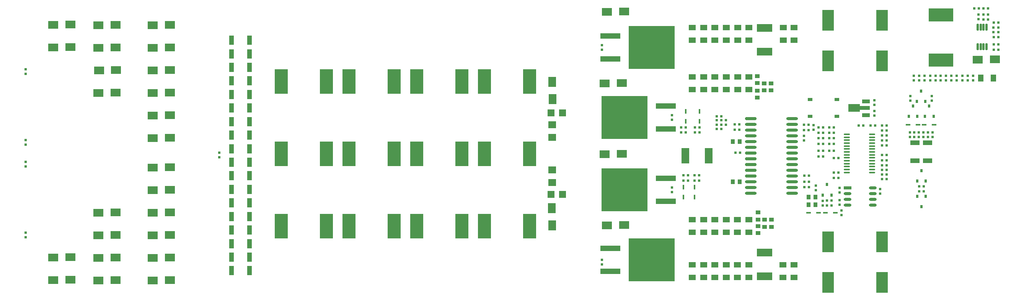
<source format=gtp>
G04*
G04 #@! TF.GenerationSoftware,Altium Limited,Altium Designer,18.1.7 (191)*
G04*
G04 Layer_Color=8421504*
%FSLAX44Y44*%
%MOMM*%
G71*
G01*
G75*
%ADD19R,1.2000X1.5000*%
%ADD20R,0.6000X0.6000*%
%ADD21R,0.6000X0.6000*%
%ADD22R,0.9300X0.9800*%
%ADD23R,1.1000X2.0000*%
%ADD24R,0.5500X0.8000*%
%ADD25R,1.0000X0.4500*%
%ADD26R,5.4000X2.9000*%
%ADD27R,2.2000X1.8000*%
G04:AMPARAMS|DCode=28|XSize=1.47mm|YSize=0.48mm|CornerRadius=0.06mm|HoleSize=0mm|Usage=FLASHONLY|Rotation=90.000|XOffset=0mm|YOffset=0mm|HoleType=Round|Shape=RoundedRectangle|*
%AMROUNDEDRECTD28*
21,1,1.4700,0.3600,0,0,90.0*
21,1,1.3500,0.4800,0,0,90.0*
1,1,0.1200,0.1800,0.6750*
1,1,0.1200,0.1800,-0.6750*
1,1,0.1200,-0.1800,-0.6750*
1,1,0.1200,-0.1800,0.6750*
%
%ADD28ROUNDEDRECTD28*%
%ADD29R,1.7000X0.9000*%
%ADD30R,2.5000X0.9000*%
%ADD31R,2.6000X1.7000*%
%ADD32R,1.5000X1.2000*%
%ADD33R,1.5000X1.5000*%
%ADD34R,2.5000X4.6000*%
%ADD35R,0.4500X1.0000*%
%ADD36R,1.8000X2.2000*%
%ADD37R,2.0000X1.1000*%
%ADD38R,2.9000X5.4000*%
%ADD39R,4.5000X1.2500*%
%ADD40R,10.1600X9.5000*%
%ADD41R,3.4000X1.8000*%
%ADD42R,0.9800X0.9300*%
%ADD43R,1.8000X1.6000*%
%ADD44R,1.8000X3.4000*%
%ADD45R,1.1000X0.7000*%
%ADD46O,1.4000X0.3500*%
%ADD47O,2.6000X0.6604*%
%ADD48O,2.6000X0.7000*%
%ADD49R,1.7000X0.6500*%
%ADD50O,1.7000X0.6500*%
D19*
X2525954Y717000D02*
D03*
X2498046D02*
D03*
D20*
X2107920Y501000D02*
D03*
X2118080D02*
D03*
X2514080Y871000D02*
D03*
X2503920D02*
D03*
X2483920Y871000D02*
D03*
X2494080D02*
D03*
X2168080Y446000D02*
D03*
X2157920D02*
D03*
X2168080Y435000D02*
D03*
X2157920D02*
D03*
X2503920Y858000D02*
D03*
X2514080D02*
D03*
Y847000D02*
D03*
X2503920D02*
D03*
X2537080Y840000D02*
D03*
X2526920D02*
D03*
X2537080Y792000D02*
D03*
X2526920D02*
D03*
Y780000D02*
D03*
X2537080D02*
D03*
X2526920Y808000D02*
D03*
X2537080D02*
D03*
X1924080Y633000D02*
D03*
X1913920D02*
D03*
X1924080Y605000D02*
D03*
X1913920D02*
D03*
X2173080Y608000D02*
D03*
X2162920D02*
D03*
X2279920Y590000D02*
D03*
X2290080D02*
D03*
X2279920Y514000D02*
D03*
X2290080D02*
D03*
X2279920Y524000D02*
D03*
X2290080D02*
D03*
Y579000D02*
D03*
X2279920D02*
D03*
X2253920Y611998D02*
D03*
X2264080D02*
D03*
X2149080Y596000D02*
D03*
X2138920D02*
D03*
X2149080Y572000D02*
D03*
X2138920D02*
D03*
Y556000D02*
D03*
X2149080D02*
D03*
X2173080Y584000D02*
D03*
X2162920D02*
D03*
X2279920Y494000D02*
D03*
X2290080D02*
D03*
X2172920Y540000D02*
D03*
X2183080D02*
D03*
X1964080Y603000D02*
D03*
X1953920D02*
D03*
X2107920Y476000D02*
D03*
X2118080D02*
D03*
X2106920Y614000D02*
D03*
X2117080D02*
D03*
X1954920Y552000D02*
D03*
X1965080D02*
D03*
X1865920Y608000D02*
D03*
X1876080D02*
D03*
X1865920Y597000D02*
D03*
X1876080D02*
D03*
X1864920Y490000D02*
D03*
X1875080D02*
D03*
X1864920Y502000D02*
D03*
X1875080D02*
D03*
X2279920Y601000D02*
D03*
X2290080D02*
D03*
X2290080Y504000D02*
D03*
X2279920D02*
D03*
X2290080Y612000D02*
D03*
X2279920D02*
D03*
X2173080Y596000D02*
D03*
X2162920D02*
D03*
Y572000D02*
D03*
X2173080D02*
D03*
X2162920Y556000D02*
D03*
X2173080D02*
D03*
X1834920Y608000D02*
D03*
X1845080D02*
D03*
X1834920Y597000D02*
D03*
X1845080D02*
D03*
X1839840Y490000D02*
D03*
X1850000D02*
D03*
X1839840Y502000D02*
D03*
X1850000D02*
D03*
X2238080Y612000D02*
D03*
X2227920D02*
D03*
X2138920Y608000D02*
D03*
X2149080D02*
D03*
X2149000Y584000D02*
D03*
X2138840D02*
D03*
X2138920Y544000D02*
D03*
X2149080D02*
D03*
X2290080Y535000D02*
D03*
X2279920D02*
D03*
X2290080Y568000D02*
D03*
X2279920D02*
D03*
Y547000D02*
D03*
X2290080D02*
D03*
X2172920Y496000D02*
D03*
X2183080D02*
D03*
X1953920Y615000D02*
D03*
X1964080D02*
D03*
X2361160Y597000D02*
D03*
X2351000D02*
D03*
X2350920Y587000D02*
D03*
X2361080D02*
D03*
X2370920Y597000D02*
D03*
X2381080D02*
D03*
Y587000D02*
D03*
X2370920D02*
D03*
X1924080Y624000D02*
D03*
X1913920D02*
D03*
X1924080Y614000D02*
D03*
X1913920D02*
D03*
X2107920Y488000D02*
D03*
X2118080D02*
D03*
X2106920Y602000D02*
D03*
X2117080D02*
D03*
X2361920Y467000D02*
D03*
X2372080D02*
D03*
Y478000D02*
D03*
X2361920D02*
D03*
X2172920Y508000D02*
D03*
X2183080D02*
D03*
D21*
X2107000Y589080D02*
D03*
Y578920D02*
D03*
X2190000Y424080D02*
D03*
Y413920D02*
D03*
X2133000Y479080D02*
D03*
Y468920D02*
D03*
X2148000Y445080D02*
D03*
Y434920D02*
D03*
X2128000Y613080D02*
D03*
Y602920D02*
D03*
X2469000Y711920D02*
D03*
Y722080D02*
D03*
X2481000Y711920D02*
D03*
Y722080D02*
D03*
X2457000Y711920D02*
D03*
Y722080D02*
D03*
X2445000Y711920D02*
D03*
Y722080D02*
D03*
X2362000Y722080D02*
D03*
Y711920D02*
D03*
X2526000Y818920D02*
D03*
Y829080D02*
D03*
X2537000Y818920D02*
D03*
Y829080D02*
D03*
X2350000Y711920D02*
D03*
Y722080D02*
D03*
X2374000Y711920D02*
D03*
Y722080D02*
D03*
X2493000Y858080D02*
D03*
Y847920D02*
D03*
X2386000Y722080D02*
D03*
Y711920D02*
D03*
X2398000Y722080D02*
D03*
Y711920D02*
D03*
X2409000Y722160D02*
D03*
Y712000D02*
D03*
X2421000Y722080D02*
D03*
Y711920D02*
D03*
X2433000Y722080D02*
D03*
Y711920D02*
D03*
X2263000Y633920D02*
D03*
Y644080D02*
D03*
Y668080D02*
D03*
Y657920D02*
D03*
X1934000Y624080D02*
D03*
Y613920D02*
D03*
X2186000Y474160D02*
D03*
Y464000D02*
D03*
Y447080D02*
D03*
Y436920D02*
D03*
X1660000Y315080D02*
D03*
Y304920D02*
D03*
Y779920D02*
D03*
Y790080D02*
D03*
X1815000Y635080D02*
D03*
Y624920D02*
D03*
Y464920D02*
D03*
Y475080D02*
D03*
X385000Y737080D02*
D03*
Y726920D02*
D03*
Y569920D02*
D03*
Y580080D02*
D03*
Y364920D02*
D03*
Y375080D02*
D03*
Y532080D02*
D03*
Y521920D02*
D03*
X813000Y541920D02*
D03*
Y552080D02*
D03*
X2341000Y597080D02*
D03*
Y586920D02*
D03*
X2391000Y597080D02*
D03*
Y586920D02*
D03*
X2390000Y666920D02*
D03*
Y677080D02*
D03*
X2342000Y666920D02*
D03*
Y677080D02*
D03*
X2275000Y472080D02*
D03*
Y461920D02*
D03*
D22*
X1964700Y577000D02*
D03*
X1949300D02*
D03*
X1949300Y488000D02*
D03*
X1964700D02*
D03*
X2117300Y454000D02*
D03*
X2132700D02*
D03*
X2117300Y437000D02*
D03*
X2132700D02*
D03*
D23*
X880000Y321000D02*
D03*
X840000D02*
D03*
Y291000D02*
D03*
X880000D02*
D03*
X840000Y801000D02*
D03*
X880000D02*
D03*
Y771000D02*
D03*
X840000D02*
D03*
X840000Y741000D02*
D03*
X880000D02*
D03*
X880000Y711000D02*
D03*
X840000D02*
D03*
X840000Y681000D02*
D03*
X880000D02*
D03*
Y651000D02*
D03*
X840000D02*
D03*
Y621000D02*
D03*
X880000D02*
D03*
Y591000D02*
D03*
X840000D02*
D03*
Y561000D02*
D03*
X880000D02*
D03*
Y531000D02*
D03*
X840000D02*
D03*
X840000Y501000D02*
D03*
X880000D02*
D03*
X880000Y471000D02*
D03*
X840000D02*
D03*
Y441000D02*
D03*
X880000D02*
D03*
Y411000D02*
D03*
X840000D02*
D03*
Y381000D02*
D03*
X880000D02*
D03*
Y351000D02*
D03*
X840000D02*
D03*
D24*
X2158000Y481500D02*
D03*
X2167500Y458500D02*
D03*
X2148500D02*
D03*
X2348000Y655500D02*
D03*
X2357500Y632500D02*
D03*
X2338500D02*
D03*
X2366000Y688500D02*
D03*
X2375500Y665500D02*
D03*
X2356500D02*
D03*
X2384000Y655500D02*
D03*
X2393500Y632500D02*
D03*
X2374500D02*
D03*
X2376500Y455500D02*
D03*
X2357500D02*
D03*
X2367000Y432500D02*
D03*
X2357300Y489200D02*
D03*
X2376300D02*
D03*
X2366800Y512200D02*
D03*
D25*
X2117000Y419000D02*
D03*
X2139000D02*
D03*
X2154000D02*
D03*
X2176000D02*
D03*
X2337000Y614000D02*
D03*
X2359000D02*
D03*
X2395000D02*
D03*
X2373000D02*
D03*
D26*
X2410000Y757000D02*
D03*
Y857000D02*
D03*
D27*
X2491000Y758000D02*
D03*
X2529000Y759000D02*
D03*
X666000Y584000D02*
D03*
X704000Y585000D02*
D03*
Y635000D02*
D03*
X666000Y634000D02*
D03*
X704000Y685000D02*
D03*
X666000Y684000D02*
D03*
X704000Y735000D02*
D03*
X666000Y734000D02*
D03*
X704000Y785000D02*
D03*
X666000Y784000D02*
D03*
X704000Y835000D02*
D03*
X666000Y834000D02*
D03*
X704000Y320000D02*
D03*
X666000Y319000D02*
D03*
X704000Y370000D02*
D03*
X666000Y369000D02*
D03*
X704000Y420000D02*
D03*
X666000Y419000D02*
D03*
X704000Y470000D02*
D03*
X666000Y469000D02*
D03*
X704000Y520000D02*
D03*
X666000Y519000D02*
D03*
X704000Y270000D02*
D03*
X666000Y269000D02*
D03*
X446000Y835000D02*
D03*
X484000Y836000D02*
D03*
X584000Y835000D02*
D03*
X546000Y834000D02*
D03*
X584000Y785000D02*
D03*
X546000Y784000D02*
D03*
X585000Y735000D02*
D03*
X547000Y734000D02*
D03*
X584000Y685000D02*
D03*
X546000Y684000D02*
D03*
X446000Y785000D02*
D03*
X484000Y786000D02*
D03*
X446000Y270000D02*
D03*
X484000Y271000D02*
D03*
X584000Y270000D02*
D03*
X546000Y269000D02*
D03*
X584000Y320000D02*
D03*
X546000Y319000D02*
D03*
X584000Y370000D02*
D03*
X546000Y369000D02*
D03*
X584000Y420000D02*
D03*
X546000Y419000D02*
D03*
X446000Y320000D02*
D03*
X484000Y321000D02*
D03*
X1709000Y392000D02*
D03*
X1671000Y391000D02*
D03*
X1666000Y549000D02*
D03*
X1704000Y550000D02*
D03*
Y706000D02*
D03*
X1666000Y705000D02*
D03*
X1709000Y865000D02*
D03*
X1671000Y864000D02*
D03*
D28*
X2491250Y829500D02*
D03*
X2497750D02*
D03*
X2504250D02*
D03*
X2510750D02*
D03*
Y786500D02*
D03*
X2504250D02*
D03*
X2497750D02*
D03*
X2491250D02*
D03*
D29*
X2244000Y635000D02*
D03*
Y666000D02*
D03*
D30*
X2240000Y651000D02*
D03*
D31*
X2218000D02*
D03*
D32*
X1984966Y275998D02*
D03*
Y303906D02*
D03*
X1860034Y720002D02*
D03*
Y692094D02*
D03*
X1885000Y719954D02*
D03*
Y692046D02*
D03*
X1910000Y719954D02*
D03*
Y692046D02*
D03*
X1935000Y719954D02*
D03*
Y692046D02*
D03*
X1960000Y719954D02*
D03*
Y692046D02*
D03*
X1985000Y719954D02*
D03*
Y692046D02*
D03*
X1860000Y828954D02*
D03*
Y801046D02*
D03*
X1885000Y828954D02*
D03*
Y801046D02*
D03*
X1910000Y828954D02*
D03*
Y801046D02*
D03*
X1959966Y275998D02*
D03*
Y303906D02*
D03*
X1934966Y275998D02*
D03*
Y303906D02*
D03*
X1909966Y275998D02*
D03*
Y303906D02*
D03*
X1884967Y275998D02*
D03*
Y303906D02*
D03*
X1860000Y276046D02*
D03*
Y303954D02*
D03*
X1985000Y376046D02*
D03*
Y403954D02*
D03*
X1959967Y375998D02*
D03*
Y403906D02*
D03*
X2061000Y828954D02*
D03*
Y801046D02*
D03*
X1909967Y375998D02*
D03*
Y403906D02*
D03*
X2060000Y276046D02*
D03*
Y303954D02*
D03*
X2085000Y276046D02*
D03*
Y303954D02*
D03*
X1960000Y828954D02*
D03*
Y801046D02*
D03*
X1985000Y828954D02*
D03*
Y801046D02*
D03*
X1935000Y828954D02*
D03*
Y801046D02*
D03*
X1934967Y375998D02*
D03*
Y403906D02*
D03*
X1884968Y375998D02*
D03*
Y403906D02*
D03*
X1859968Y375998D02*
D03*
Y403906D02*
D03*
X2085000Y828954D02*
D03*
Y801046D02*
D03*
D33*
X1547046Y640000D02*
D03*
X1572954D02*
D03*
X1547046Y460000D02*
D03*
X1572954D02*
D03*
D34*
X2280000Y755000D02*
D03*
Y845000D02*
D03*
X2160000Y755000D02*
D03*
Y845000D02*
D03*
X2280000Y355000D02*
D03*
Y265000D02*
D03*
X2160000Y355000D02*
D03*
Y265000D02*
D03*
D35*
X1876000Y644000D02*
D03*
Y622000D02*
D03*
X1865000Y454000D02*
D03*
Y476000D02*
D03*
X1845000Y644000D02*
D03*
Y622000D02*
D03*
X1840000Y454000D02*
D03*
Y476000D02*
D03*
D36*
X1550000Y391000D02*
D03*
X1549000Y429000D02*
D03*
X1550000Y709000D02*
D03*
X1551000Y671000D02*
D03*
D37*
X2352000Y574000D02*
D03*
Y534000D02*
D03*
X2380000Y574000D02*
D03*
Y534000D02*
D03*
D38*
X1400000Y710000D02*
D03*
X1500000D02*
D03*
Y550000D02*
D03*
X1400000D02*
D03*
X1500000Y390000D02*
D03*
X1400000D02*
D03*
X1250000Y710000D02*
D03*
X1350000D02*
D03*
X1250000Y550000D02*
D03*
X1350000D02*
D03*
X1250000Y390000D02*
D03*
X1350000D02*
D03*
X1100000Y710000D02*
D03*
X1200000D02*
D03*
X1100000Y550000D02*
D03*
X1200000D02*
D03*
X1100000Y390000D02*
D03*
X1200000D02*
D03*
X1050000Y710000D02*
D03*
X950000D02*
D03*
X1050000Y550000D02*
D03*
X950000D02*
D03*
X1050000Y390000D02*
D03*
X950000D02*
D03*
D39*
X1678560Y759600D02*
D03*
Y810400D02*
D03*
Y289600D02*
D03*
Y340400D02*
D03*
X1801440Y655400D02*
D03*
Y604600D02*
D03*
Y495400D02*
D03*
Y444600D02*
D03*
D40*
X1770000Y785000D02*
D03*
Y315000D02*
D03*
X1710000Y630000D02*
D03*
Y470000D02*
D03*
D41*
X2020000Y828000D02*
D03*
Y776000D02*
D03*
Y279000D02*
D03*
Y331000D02*
D03*
D42*
X2005000Y419700D02*
D03*
Y404300D02*
D03*
X2004000Y674300D02*
D03*
Y689700D02*
D03*
Y706300D02*
D03*
Y721700D02*
D03*
X2005000Y389700D02*
D03*
Y374300D02*
D03*
X2019000Y705700D02*
D03*
Y690300D02*
D03*
X2034000Y705700D02*
D03*
Y690300D02*
D03*
X2020000Y388300D02*
D03*
Y403700D02*
D03*
X2035000Y388300D02*
D03*
Y403700D02*
D03*
D43*
X1550000Y586000D02*
D03*
Y614000D02*
D03*
Y514000D02*
D03*
Y486000D02*
D03*
D44*
X1896000Y545000D02*
D03*
X1844000D02*
D03*
D45*
X2120500Y632500D02*
D03*
X2179500D02*
D03*
Y669500D02*
D03*
X2120500D02*
D03*
D46*
X2201374Y592778D02*
D03*
Y586278D02*
D03*
Y579778D02*
D03*
Y573278D02*
D03*
Y566778D02*
D03*
Y560278D02*
D03*
Y553778D02*
D03*
Y547278D02*
D03*
Y540778D02*
D03*
Y534278D02*
D03*
Y527778D02*
D03*
Y521278D02*
D03*
Y514778D02*
D03*
Y508278D02*
D03*
X2257374Y592778D02*
D03*
Y586278D02*
D03*
Y579778D02*
D03*
Y573278D02*
D03*
Y566778D02*
D03*
Y560278D02*
D03*
Y553778D02*
D03*
Y547278D02*
D03*
Y540778D02*
D03*
Y534278D02*
D03*
Y527778D02*
D03*
Y521278D02*
D03*
Y514778D02*
D03*
Y508278D02*
D03*
D47*
X2081000Y462450D02*
D03*
Y475150D02*
D03*
Y487850D02*
D03*
Y500550D02*
D03*
Y513250D02*
D03*
Y525950D02*
D03*
Y538650D02*
D03*
Y551350D02*
D03*
Y564050D02*
D03*
Y576750D02*
D03*
Y589450D02*
D03*
Y602150D02*
D03*
Y614850D02*
D03*
Y627550D02*
D03*
X1989000Y462450D02*
D03*
Y475150D02*
D03*
Y487850D02*
D03*
Y564050D02*
D03*
Y576750D02*
D03*
Y589450D02*
D03*
Y602150D02*
D03*
Y614850D02*
D03*
D48*
Y500550D02*
D03*
Y513250D02*
D03*
Y525950D02*
D03*
Y538650D02*
D03*
Y551350D02*
D03*
Y627550D02*
D03*
D49*
X2203000Y474000D02*
D03*
D50*
Y461300D02*
D03*
Y448600D02*
D03*
Y435900D02*
D03*
X2259000Y474000D02*
D03*
Y461300D02*
D03*
Y448600D02*
D03*
Y435900D02*
D03*
M02*

</source>
